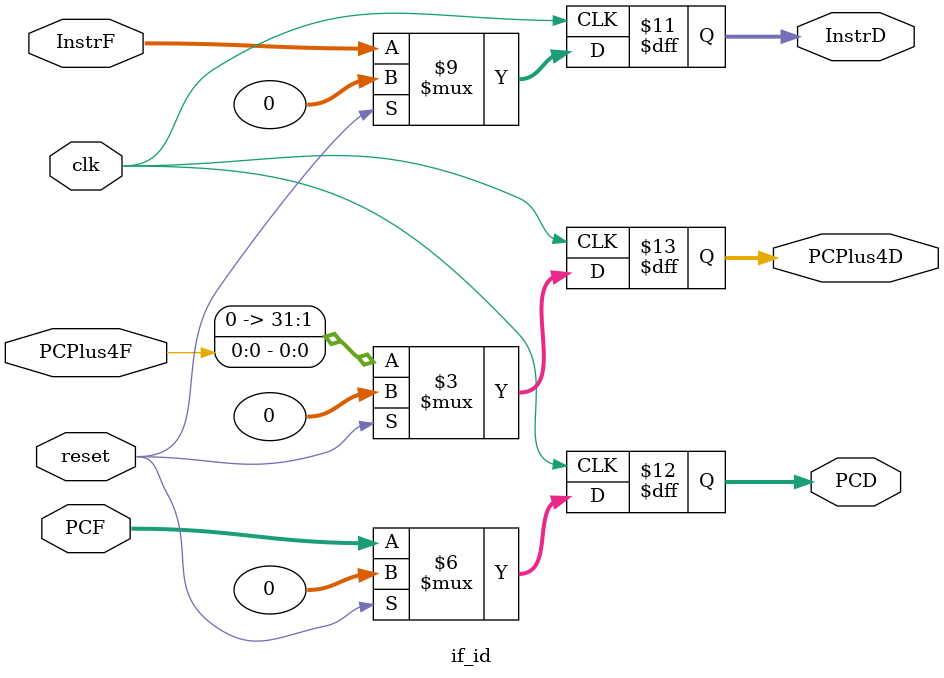
<source format=v>
`timescale 1ns / 1ps

module if_id(input clk, input reset, 
             input [31:0] InstrF, input [31:0] PCF, input PCPlus4F,
             output reg [31:0]  InstrD, PCD, PCPlus4D);

    always @(posedge clk) begin
        if (reset) begin
          InstrD   <= 32'b0;
          PCD      <= 32'b0;
          PCPlus4D <= 32'b0;
        end else begin
          InstrD   <= InstrF;
          PCD      <= PCF;
          PCPlus4D <= PCPlus4F;
        end
    end

endmodule

</source>
